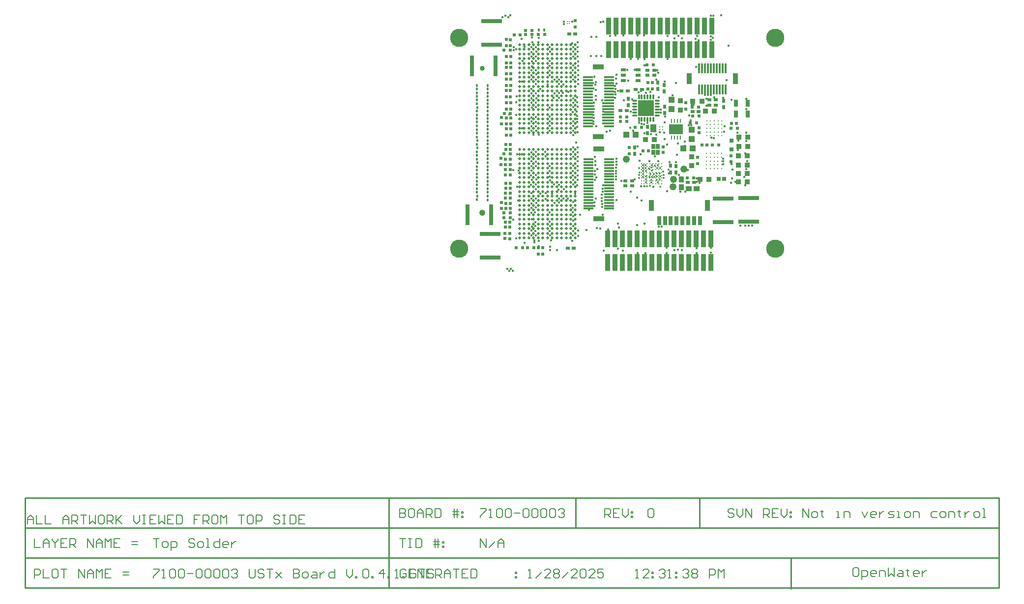
<source format=gts>
G04*
G04 #@! TF.GenerationSoftware,Altium Limited,Altium Designer,24.3.1 (35)*
G04*
G04 Layer_Color=8388736*
%FSAX25Y25*%
%MOIN*%
G70*
G04*
G04 #@! TF.SameCoordinates,9BAF8AC8-72E2-4161-A934-73288D8D8D4B*
G04*
G04*
G04 #@! TF.FilePolarity,Negative*
G04*
G01*
G75*
%ADD11C,0.01000*%
%ADD20C,0.00800*%
%ADD21C,0.00984*%
%ADD26C,0.01100*%
%ADD27R,0.02400X0.02200*%
%ADD28R,0.03750X0.02200*%
%ADD32R,0.02000X0.02600*%
%ADD33R,0.10630X0.10630*%
%ADD36R,0.02800X0.04900*%
%ADD37R,0.03200X0.03200*%
%ADD38R,0.02800X0.02200*%
%ADD40R,0.02000X0.02400*%
%ADD41R,0.09800X0.06900*%
%ADD42R,0.01000X0.03100*%
%ADD43R,0.03600X0.03700*%
%ADD44R,0.02200X0.02200*%
%ADD45R,0.14200X0.02500*%
%ADD46R,0.02200X0.02000*%
%ADD47C,0.00787*%
%ADD48C,0.01300*%
%ADD49R,0.03740X0.04432*%
%ADD50R,0.04432X0.03740*%
%ADD51R,0.02400X0.02000*%
%ADD52R,0.02200X0.02400*%
%ADD53R,0.02600X0.02000*%
%ADD56R,0.03700X0.03600*%
%ADD57R,0.01800X0.02200*%
%ADD60R,0.02200X0.02200*%
%ADD61R,0.03150X0.02975*%
%ADD62R,0.02500X0.14200*%
%ADD63C,0.01968*%
%ADD64R,0.02953X0.03347*%
%ADD65R,0.04331X0.03934*%
%ADD66R,0.04331X0.03934*%
%ADD67R,0.02756X0.06496*%
%ADD68R,0.03543X0.07480*%
%ADD69R,0.03307X0.11398*%
%ADD70O,0.03543X0.01378*%
%ADD71O,0.01378X0.03543*%
%ADD72R,0.07480X0.03543*%
%ADD73R,0.06693X0.01575*%
%ADD74R,0.01575X0.06693*%
%ADD75R,0.03934X0.04331*%
%ADD76R,0.03934X0.04331*%
%ADD77R,0.02677X0.02992*%
%ADD78R,0.02677X0.02992*%
%ADD79C,0.12294*%
%ADD80C,0.04143*%
%ADD81C,0.03356*%
%ADD82C,0.04894*%
%ADD83C,0.01794*%
%ADD84C,0.01594*%
%ADD85C,0.01394*%
%ADD86C,0.01781*%
G36*
X0467989Y0351744D02*
Y0349106D01*
X0466650D01*
Y0351744D01*
Y0354382D01*
X0467989D01*
Y0351744D01*
D02*
G37*
G36*
X0466611D02*
Y0349106D01*
X0465273D01*
Y0351744D01*
Y0354382D01*
X0466611D01*
Y0351744D01*
D02*
G37*
G36*
X0465233D02*
Y0349106D01*
X0463895D01*
Y0351744D01*
Y0354382D01*
X0465233D01*
Y0351744D01*
D02*
G37*
G54D11*
X0497200Y0080717D02*
Y0101050D01*
X0413200Y0080717D02*
Y0101050D01*
X0040000Y0080717D02*
X0700200D01*
X0040000Y0060383D02*
X0700000D01*
X0040000Y0040050D02*
X0440500D01*
X0040050Y0101050D02*
X0700200D01*
X0040050Y0040050D02*
Y0101050D01*
Y0040050D02*
X0197600D01*
X0040000D02*
Y0101050D01*
X0286500Y0040050D02*
Y0101050D01*
X0700200Y0040050D02*
Y0101050D01*
X0440500Y0040050D02*
X0700200D01*
X0559400Y0039400D02*
Y0059683D01*
G54D20*
X0126900Y0073549D02*
X0130899D01*
X0128899D01*
Y0067551D01*
X0133898D02*
X0135897D01*
X0136897Y0068550D01*
Y0070550D01*
X0135897Y0071549D01*
X0133898D01*
X0132898Y0070550D01*
Y0068550D01*
X0133898Y0067551D01*
X0138896Y0065551D02*
Y0071549D01*
X0141895D01*
X0142895Y0070550D01*
Y0068550D01*
X0141895Y0067551D01*
X0138896D01*
X0154891Y0072549D02*
X0153891Y0073549D01*
X0151892D01*
X0150892Y0072549D01*
Y0071549D01*
X0151892Y0070550D01*
X0153891D01*
X0154891Y0069550D01*
Y0068550D01*
X0153891Y0067551D01*
X0151892D01*
X0150892Y0068550D01*
X0157890Y0067551D02*
X0159889D01*
X0160889Y0068550D01*
Y0070550D01*
X0159889Y0071549D01*
X0157890D01*
X0156890Y0070550D01*
Y0068550D01*
X0157890Y0067551D01*
X0162888D02*
X0164888D01*
X0163888D01*
Y0073549D01*
X0162888D01*
X0171885D02*
Y0067551D01*
X0168886D01*
X0167887Y0068550D01*
Y0070550D01*
X0168886Y0071549D01*
X0171885D01*
X0176884Y0067551D02*
X0174884D01*
X0173885Y0068550D01*
Y0070550D01*
X0174884Y0071549D01*
X0176884D01*
X0177884Y0070550D01*
Y0069550D01*
X0173885D01*
X0179883Y0071549D02*
Y0067551D01*
Y0069550D01*
X0180883Y0070550D01*
X0181882Y0071549D01*
X0182882D01*
X0126900Y0073549D02*
X0130899D01*
X0128899D01*
Y0067551D01*
X0133898D02*
X0135897D01*
X0136897Y0068550D01*
Y0070550D01*
X0135897Y0071549D01*
X0133898D01*
X0132898Y0070550D01*
Y0068550D01*
X0133898Y0067551D01*
X0138896Y0065551D02*
Y0071549D01*
X0141895D01*
X0142895Y0070550D01*
Y0068550D01*
X0141895Y0067551D01*
X0138896D01*
X0154891Y0072549D02*
X0153891Y0073549D01*
X0151892D01*
X0150892Y0072549D01*
Y0071549D01*
X0151892Y0070550D01*
X0153891D01*
X0154891Y0069550D01*
Y0068550D01*
X0153891Y0067551D01*
X0151892D01*
X0150892Y0068550D01*
X0157890Y0067551D02*
X0159889D01*
X0160889Y0068550D01*
Y0070550D01*
X0159889Y0071549D01*
X0157890D01*
X0156890Y0070550D01*
Y0068550D01*
X0157890Y0067551D01*
X0162888D02*
X0164888D01*
X0163888D01*
Y0073549D01*
X0162888D01*
X0171885D02*
Y0067551D01*
X0168886D01*
X0167887Y0068550D01*
Y0070550D01*
X0168886Y0071549D01*
X0171885D01*
X0176884Y0067551D02*
X0174884D01*
X0173885Y0068550D01*
Y0070550D01*
X0174884Y0071549D01*
X0176884D01*
X0177884Y0070550D01*
Y0069550D01*
X0173885D01*
X0179883Y0071549D02*
Y0067551D01*
Y0069550D01*
X0180883Y0070550D01*
X0181882Y0071549D01*
X0182882D01*
X0567400Y0087833D02*
Y0093831D01*
X0571399Y0087833D01*
Y0093831D01*
X0574398Y0087833D02*
X0576397D01*
X0577397Y0088833D01*
Y0090832D01*
X0576397Y0091832D01*
X0574398D01*
X0573398Y0090832D01*
Y0088833D01*
X0574398Y0087833D01*
X0580396Y0092832D02*
Y0091832D01*
X0579396D01*
X0581395D01*
X0580396D01*
Y0088833D01*
X0581395Y0087833D01*
X0590393D02*
X0592392D01*
X0591392D01*
Y0091832D01*
X0590393D01*
X0595391Y0087833D02*
Y0091832D01*
X0598390D01*
X0599390Y0090832D01*
Y0087833D01*
X0607387Y0091832D02*
X0609386Y0087833D01*
X0611386Y0091832D01*
X0616384Y0087833D02*
X0614385D01*
X0613385Y0088833D01*
Y0090832D01*
X0614385Y0091832D01*
X0616384D01*
X0617384Y0090832D01*
Y0089833D01*
X0613385D01*
X0619383Y0091832D02*
Y0087833D01*
Y0089833D01*
X0620383Y0090832D01*
X0621383Y0091832D01*
X0622382D01*
X0625381Y0087833D02*
X0628380D01*
X0629380Y0088833D01*
X0628380Y0089833D01*
X0626381D01*
X0625381Y0090832D01*
X0626381Y0091832D01*
X0629380D01*
X0631379Y0087833D02*
X0633379D01*
X0632379D01*
Y0091832D01*
X0631379D01*
X0637377Y0087833D02*
X0639377D01*
X0640376Y0088833D01*
Y0090832D01*
X0639377Y0091832D01*
X0637377D01*
X0636378Y0090832D01*
Y0088833D01*
X0637377Y0087833D01*
X0642376D02*
Y0091832D01*
X0645375D01*
X0646374Y0090832D01*
Y0087833D01*
X0658371Y0091832D02*
X0655372D01*
X0654372Y0090832D01*
Y0088833D01*
X0655372Y0087833D01*
X0658371D01*
X0661370D02*
X0663369D01*
X0664369Y0088833D01*
Y0090832D01*
X0663369Y0091832D01*
X0661370D01*
X0660370Y0090832D01*
Y0088833D01*
X0661370Y0087833D01*
X0666368D02*
Y0091832D01*
X0669367D01*
X0670367Y0090832D01*
Y0087833D01*
X0673366Y0092832D02*
Y0091832D01*
X0672366D01*
X0674365D01*
X0673366D01*
Y0088833D01*
X0674365Y0087833D01*
X0677364Y0091832D02*
Y0087833D01*
Y0089833D01*
X0678364Y0090832D01*
X0679364Y0091832D01*
X0680364D01*
X0684362Y0087833D02*
X0686362D01*
X0687361Y0088833D01*
Y0090832D01*
X0686362Y0091832D01*
X0684362D01*
X0683362Y0090832D01*
Y0088833D01*
X0684362Y0087833D01*
X0689361D02*
X0691360D01*
X0690360D01*
Y0093831D01*
X0689361D01*
X0520799Y0092832D02*
X0519799Y0093831D01*
X0517800D01*
X0516800Y0092832D01*
Y0091832D01*
X0517800Y0090832D01*
X0519799D01*
X0520799Y0089833D01*
Y0088833D01*
X0519799Y0087833D01*
X0517800D01*
X0516800Y0088833D01*
X0522798Y0093831D02*
Y0089833D01*
X0524797Y0087833D01*
X0526797Y0089833D01*
Y0093831D01*
X0528796Y0087833D02*
Y0093831D01*
X0532795Y0087833D01*
Y0093831D01*
X0540792Y0087833D02*
Y0093831D01*
X0543791D01*
X0544791Y0092832D01*
Y0090832D01*
X0543791Y0089833D01*
X0540792D01*
X0542792D02*
X0544791Y0087833D01*
X0550789Y0093831D02*
X0546790D01*
Y0087833D01*
X0550789D01*
X0546790Y0090832D02*
X0548790D01*
X0552788Y0093831D02*
Y0089833D01*
X0554788Y0087833D01*
X0556787Y0089833D01*
Y0093831D01*
X0558786Y0091832D02*
X0559786D01*
Y0090832D01*
X0558786D01*
Y0091832D01*
Y0088833D02*
X0559786D01*
Y0087833D01*
X0558786D01*
Y0088833D01*
X0433000Y0087833D02*
Y0093831D01*
X0435999D01*
X0436999Y0092832D01*
Y0090832D01*
X0435999Y0089833D01*
X0433000D01*
X0434999D02*
X0436999Y0087833D01*
X0442997Y0093831D02*
X0438998D01*
Y0087833D01*
X0442997D01*
X0438998Y0090832D02*
X0440997D01*
X0444996Y0093831D02*
Y0089833D01*
X0446995Y0087833D01*
X0448995Y0089833D01*
Y0093831D01*
X0450994Y0091832D02*
X0451994D01*
Y0090832D01*
X0450994D01*
Y0091832D01*
Y0088833D02*
X0451994D01*
Y0087833D01*
X0450994D01*
Y0088833D01*
X0126900Y0052965D02*
X0130899D01*
Y0051965D01*
X0126900Y0047966D01*
Y0046966D01*
X0132898D02*
X0134897D01*
X0133898D01*
Y0052965D01*
X0132898Y0051965D01*
X0137896D02*
X0138896Y0052965D01*
X0140895D01*
X0141895Y0051965D01*
Y0047966D01*
X0140895Y0046966D01*
X0138896D01*
X0137896Y0047966D01*
Y0051965D01*
X0143895D02*
X0144894Y0052965D01*
X0146894D01*
X0147893Y0051965D01*
Y0047966D01*
X0146894Y0046966D01*
X0144894D01*
X0143895Y0047966D01*
Y0051965D01*
X0149893Y0049966D02*
X0153891D01*
X0155891Y0051965D02*
X0156890Y0052965D01*
X0158890D01*
X0159889Y0051965D01*
Y0047966D01*
X0158890Y0046966D01*
X0156890D01*
X0155891Y0047966D01*
Y0051965D01*
X0161889D02*
X0162888Y0052965D01*
X0164888D01*
X0165887Y0051965D01*
Y0047966D01*
X0164888Y0046966D01*
X0162888D01*
X0161889Y0047966D01*
Y0051965D01*
X0167887D02*
X0168886Y0052965D01*
X0170886D01*
X0171885Y0051965D01*
Y0047966D01*
X0170886Y0046966D01*
X0168886D01*
X0167887Y0047966D01*
Y0051965D01*
X0173885D02*
X0174884Y0052965D01*
X0176884D01*
X0177884Y0051965D01*
Y0047966D01*
X0176884Y0046966D01*
X0174884D01*
X0173885Y0047966D01*
Y0051965D01*
X0179883D02*
X0180883Y0052965D01*
X0182882D01*
X0183882Y0051965D01*
Y0050965D01*
X0182882Y0049966D01*
X0181882D01*
X0182882D01*
X0183882Y0048966D01*
Y0047966D01*
X0182882Y0046966D01*
X0180883D01*
X0179883Y0047966D01*
X0191879Y0052965D02*
Y0047966D01*
X0192879Y0046966D01*
X0194878D01*
X0195878Y0047966D01*
Y0052965D01*
X0201876Y0051965D02*
X0200876Y0052965D01*
X0198877D01*
X0197877Y0051965D01*
Y0050965D01*
X0198877Y0049966D01*
X0200876D01*
X0201876Y0048966D01*
Y0047966D01*
X0200876Y0046966D01*
X0198877D01*
X0197877Y0047966D01*
X0203875Y0052965D02*
X0207874D01*
X0205874D01*
Y0046966D01*
X0209873Y0050965D02*
X0213872Y0046966D01*
X0211873Y0048966D01*
X0213872Y0050965D01*
X0209873Y0046966D01*
X0221869Y0052965D02*
Y0046966D01*
X0224868D01*
X0225868Y0047966D01*
Y0048966D01*
X0224868Y0049966D01*
X0221869D01*
X0224868D01*
X0225868Y0050965D01*
Y0051965D01*
X0224868Y0052965D01*
X0221869D01*
X0228867Y0046966D02*
X0230866D01*
X0231866Y0047966D01*
Y0049966D01*
X0230866Y0050965D01*
X0228867D01*
X0227867Y0049966D01*
Y0047966D01*
X0228867Y0046966D01*
X0234865Y0050965D02*
X0236864D01*
X0237864Y0049966D01*
Y0046966D01*
X0234865D01*
X0233865Y0047966D01*
X0234865Y0048966D01*
X0237864D01*
X0239863Y0050965D02*
Y0046966D01*
Y0048966D01*
X0240863Y0049966D01*
X0241863Y0050965D01*
X0242863D01*
X0249860Y0052965D02*
Y0046966D01*
X0246861D01*
X0245862Y0047966D01*
Y0049966D01*
X0246861Y0050965D01*
X0249860D01*
X0257858Y0052965D02*
Y0048966D01*
X0259857Y0046966D01*
X0261856Y0048966D01*
Y0052965D01*
X0263856Y0046966D02*
Y0047966D01*
X0264855D01*
Y0046966D01*
X0263856D01*
X0268854Y0051965D02*
X0269854Y0052965D01*
X0271853D01*
X0272853Y0051965D01*
Y0047966D01*
X0271853Y0046966D01*
X0269854D01*
X0268854Y0047966D01*
Y0051965D01*
X0274852Y0046966D02*
Y0047966D01*
X0275852D01*
Y0046966D01*
X0274852D01*
X0282850D02*
Y0052965D01*
X0279851Y0049966D01*
X0283849D01*
X0285849Y0046966D02*
Y0047966D01*
X0286848D01*
Y0046966D01*
X0285849D01*
X0290847D02*
X0292846D01*
X0291847D01*
Y0052965D01*
X0290847Y0051965D01*
X0295845Y0046966D02*
Y0047966D01*
X0296845D01*
Y0046966D01*
X0295845D01*
X0304842Y0051965D02*
X0303843Y0052965D01*
X0301843D01*
X0300844Y0051965D01*
Y0047966D01*
X0301843Y0046966D01*
X0303843D01*
X0304842Y0047966D01*
Y0049966D01*
X0302843D01*
X0306842Y0052965D02*
X0310841D01*
X0308841D01*
Y0046966D01*
X0316839Y0051965D02*
X0315839Y0052965D01*
X0313840D01*
X0312840Y0051965D01*
Y0050965D01*
X0313840Y0049966D01*
X0315839D01*
X0316839Y0048966D01*
Y0047966D01*
X0315839Y0046966D01*
X0313840D01*
X0312840Y0047966D01*
X0381150Y0046966D02*
X0383149D01*
X0382150D01*
Y0052965D01*
X0381150Y0051965D01*
X0386148Y0046966D02*
X0390147Y0050965D01*
X0396145Y0046966D02*
X0392146D01*
X0396145Y0050965D01*
Y0051965D01*
X0395146Y0052965D01*
X0393146D01*
X0392146Y0051965D01*
X0398145D02*
X0399144Y0052965D01*
X0401144D01*
X0402143Y0051965D01*
Y0050965D01*
X0401144Y0049966D01*
X0402143Y0048966D01*
Y0047966D01*
X0401144Y0046966D01*
X0399144D01*
X0398145Y0047966D01*
Y0048966D01*
X0399144Y0049966D01*
X0398145Y0050965D01*
Y0051965D01*
X0399144Y0049966D02*
X0401144D01*
X0404143Y0046966D02*
X0408141Y0050965D01*
X0414139Y0046966D02*
X0410141D01*
X0414139Y0050965D01*
Y0051965D01*
X0413140Y0052965D01*
X0411140D01*
X0410141Y0051965D01*
X0416139D02*
X0417138Y0052965D01*
X0419138D01*
X0420137Y0051965D01*
Y0047966D01*
X0419138Y0046966D01*
X0417138D01*
X0416139Y0047966D01*
Y0051965D01*
X0426135Y0046966D02*
X0422137D01*
X0426135Y0050965D01*
Y0051965D01*
X0425136Y0052965D01*
X0423136D01*
X0422137Y0051965D01*
X0432133Y0052965D02*
X0428135D01*
Y0049966D01*
X0430134Y0050965D01*
X0431134D01*
X0432133Y0049966D01*
Y0047966D01*
X0431134Y0046966D01*
X0429135D01*
X0428135Y0047966D01*
X0298199Y0051965D02*
X0297199Y0052965D01*
X0295200D01*
X0294200Y0051965D01*
Y0047966D01*
X0295200Y0046966D01*
X0297199D01*
X0298199Y0047966D01*
Y0049966D01*
X0296199D01*
X0304197Y0052965D02*
X0300198D01*
Y0046966D01*
X0304197D01*
X0300198Y0049966D02*
X0302197D01*
X0306196Y0046966D02*
Y0052965D01*
X0310195Y0046966D01*
Y0052965D01*
X0316193D02*
X0312194D01*
Y0046966D01*
X0316193D01*
X0312194Y0049966D02*
X0314194D01*
X0318192Y0046966D02*
Y0052965D01*
X0321191D01*
X0322191Y0051965D01*
Y0049966D01*
X0321191Y0048966D01*
X0318192D01*
X0320192D02*
X0322191Y0046966D01*
X0324190D02*
Y0050965D01*
X0326190Y0052965D01*
X0328189Y0050965D01*
Y0046966D01*
Y0049966D01*
X0324190D01*
X0330188Y0052965D02*
X0334187D01*
X0332188D01*
Y0046966D01*
X0340185Y0052965D02*
X0336186D01*
Y0046966D01*
X0340185D01*
X0336186Y0049966D02*
X0338186D01*
X0342184Y0052965D02*
Y0046966D01*
X0345183D01*
X0346183Y0047966D01*
Y0051965D01*
X0345183Y0052965D01*
X0342184D01*
X0372175Y0050965D02*
X0373175D01*
Y0049966D01*
X0372175D01*
Y0050965D01*
Y0047966D02*
X0373175D01*
Y0046966D01*
X0372175D01*
Y0047966D01*
X0041778Y0083375D02*
Y0087374D01*
X0043777Y0089373D01*
X0045777Y0087374D01*
Y0083375D01*
Y0086374D01*
X0041778D01*
X0047776Y0089373D02*
Y0083375D01*
X0051775D01*
X0053774Y0089373D02*
Y0083375D01*
X0057773D01*
X0065770D02*
Y0087374D01*
X0067769Y0089373D01*
X0069769Y0087374D01*
Y0083375D01*
Y0086374D01*
X0065770D01*
X0071768Y0083375D02*
Y0089373D01*
X0074767D01*
X0075767Y0088373D01*
Y0086374D01*
X0074767Y0085374D01*
X0071768D01*
X0073768D02*
X0075767Y0083375D01*
X0077766Y0089373D02*
X0081765D01*
X0079766D01*
Y0083375D01*
X0083764Y0089373D02*
Y0083375D01*
X0085764Y0085374D01*
X0087763Y0083375D01*
Y0089373D01*
X0092761D02*
X0090762D01*
X0089762Y0088373D01*
Y0084374D01*
X0090762Y0083375D01*
X0092761D01*
X0093761Y0084374D01*
Y0088373D01*
X0092761Y0089373D01*
X0095760Y0083375D02*
Y0089373D01*
X0098759D01*
X0099759Y0088373D01*
Y0086374D01*
X0098759Y0085374D01*
X0095760D01*
X0097760D02*
X0099759Y0083375D01*
X0101759Y0089373D02*
Y0083375D01*
Y0085374D01*
X0105757Y0089373D01*
X0102758Y0086374D01*
X0105757Y0083375D01*
X0113755Y0089373D02*
Y0085374D01*
X0115754Y0083375D01*
X0117753Y0085374D01*
Y0089373D01*
X0119753D02*
X0121752D01*
X0120752D01*
Y0083375D01*
X0119753D01*
X0121752D01*
X0128750Y0089373D02*
X0124751D01*
Y0083375D01*
X0128750D01*
X0124751Y0086374D02*
X0126750D01*
X0130749Y0089373D02*
Y0083375D01*
X0132748Y0085374D01*
X0134748Y0083375D01*
Y0089373D01*
X0140746D02*
X0136747D01*
Y0083375D01*
X0140746D01*
X0136747Y0086374D02*
X0138747D01*
X0142745Y0089373D02*
Y0083375D01*
X0145744D01*
X0146744Y0084374D01*
Y0088373D01*
X0145744Y0089373D01*
X0142745D01*
X0158740D02*
X0154741D01*
Y0086374D01*
X0156741D01*
X0154741D01*
Y0083375D01*
X0160739D02*
Y0089373D01*
X0163738D01*
X0164738Y0088373D01*
Y0086374D01*
X0163738Y0085374D01*
X0160739D01*
X0162739D02*
X0164738Y0083375D01*
X0169737Y0089373D02*
X0167737D01*
X0166737Y0088373D01*
Y0084374D01*
X0167737Y0083375D01*
X0169737D01*
X0170736Y0084374D01*
Y0088373D01*
X0169737Y0089373D01*
X0172736Y0083375D02*
Y0089373D01*
X0174735Y0087374D01*
X0176734Y0089373D01*
Y0083375D01*
X0184732Y0089373D02*
X0188730D01*
X0186731D01*
Y0083375D01*
X0193729Y0089373D02*
X0191729D01*
X0190730Y0088373D01*
Y0084374D01*
X0191729Y0083375D01*
X0193729D01*
X0194728Y0084374D01*
Y0088373D01*
X0193729Y0089373D01*
X0196728Y0083375D02*
Y0089373D01*
X0199727D01*
X0200727Y0088373D01*
Y0086374D01*
X0199727Y0085374D01*
X0196728D01*
X0212723Y0088373D02*
X0211723Y0089373D01*
X0209723D01*
X0208724Y0088373D01*
Y0087374D01*
X0209723Y0086374D01*
X0211723D01*
X0212723Y0085374D01*
Y0084374D01*
X0211723Y0083375D01*
X0209723D01*
X0208724Y0084374D01*
X0214722Y0089373D02*
X0216721D01*
X0215722D01*
Y0083375D01*
X0214722D01*
X0216721D01*
X0219720Y0089373D02*
Y0083375D01*
X0222719D01*
X0223719Y0084374D01*
Y0088373D01*
X0222719Y0089373D01*
X0219720D01*
X0229717D02*
X0225718D01*
Y0083375D01*
X0229717D01*
X0225718Y0086374D02*
X0227718D01*
X0462150Y0092832D02*
X0463150Y0093831D01*
X0465149D01*
X0466149Y0092832D01*
Y0088833D01*
X0465149Y0087833D01*
X0463150D01*
X0462150Y0088833D01*
Y0092832D01*
X0348550Y0093831D02*
X0352549D01*
Y0092832D01*
X0348550Y0088833D01*
Y0087833D01*
X0354548D02*
X0356547D01*
X0355548D01*
Y0093831D01*
X0354548Y0092832D01*
X0359546D02*
X0360546Y0093831D01*
X0362545D01*
X0363545Y0092832D01*
Y0088833D01*
X0362545Y0087833D01*
X0360546D01*
X0359546Y0088833D01*
Y0092832D01*
X0365545D02*
X0366544Y0093831D01*
X0368544D01*
X0369543Y0092832D01*
Y0088833D01*
X0368544Y0087833D01*
X0366544D01*
X0365545Y0088833D01*
Y0092832D01*
X0371543Y0090832D02*
X0375541D01*
X0377541Y0092832D02*
X0378540Y0093831D01*
X0380540D01*
X0381539Y0092832D01*
Y0088833D01*
X0380540Y0087833D01*
X0378540D01*
X0377541Y0088833D01*
Y0092832D01*
X0383539D02*
X0384538Y0093831D01*
X0386538D01*
X0387537Y0092832D01*
Y0088833D01*
X0386538Y0087833D01*
X0384538D01*
X0383539Y0088833D01*
Y0092832D01*
X0389537D02*
X0390536Y0093831D01*
X0392536D01*
X0393535Y0092832D01*
Y0088833D01*
X0392536Y0087833D01*
X0390536D01*
X0389537Y0088833D01*
Y0092832D01*
X0395535D02*
X0396534Y0093831D01*
X0398534D01*
X0399534Y0092832D01*
Y0088833D01*
X0398534Y0087833D01*
X0396534D01*
X0395535Y0088833D01*
Y0092832D01*
X0401533D02*
X0402532Y0093831D01*
X0404532D01*
X0405532Y0092832D01*
Y0091832D01*
X0404532Y0090832D01*
X0403532D01*
X0404532D01*
X0405532Y0089833D01*
Y0088833D01*
X0404532Y0087833D01*
X0402532D01*
X0401533Y0088833D01*
X0294000Y0093831D02*
Y0087833D01*
X0296999D01*
X0297999Y0088833D01*
Y0089833D01*
X0296999Y0090832D01*
X0294000D01*
X0296999D01*
X0297999Y0091832D01*
Y0092832D01*
X0296999Y0093831D01*
X0294000D01*
X0302997D02*
X0300998D01*
X0299998Y0092832D01*
Y0088833D01*
X0300998Y0087833D01*
X0302997D01*
X0303997Y0088833D01*
Y0092832D01*
X0302997Y0093831D01*
X0305996Y0087833D02*
Y0091832D01*
X0307996Y0093831D01*
X0309995Y0091832D01*
Y0087833D01*
Y0090832D01*
X0305996D01*
X0311994Y0087833D02*
Y0093831D01*
X0314993D01*
X0315993Y0092832D01*
Y0090832D01*
X0314993Y0089833D01*
X0311994D01*
X0313994D02*
X0315993Y0087833D01*
X0317992Y0093831D02*
Y0087833D01*
X0320991D01*
X0321991Y0088833D01*
Y0092832D01*
X0320991Y0093831D01*
X0317992D01*
X0330988Y0087833D02*
Y0093831D01*
X0332987D02*
Y0087833D01*
X0329988Y0091832D02*
X0332987D01*
X0333987D01*
X0329988Y0089833D02*
X0333987D01*
X0335986Y0091832D02*
X0336986D01*
Y0090832D01*
X0335986D01*
Y0091832D01*
Y0088833D02*
X0336986D01*
Y0087833D01*
X0335986D01*
Y0088833D01*
X0046350Y0073549D02*
Y0067551D01*
X0050349D01*
X0052348D02*
Y0071549D01*
X0054347Y0073549D01*
X0056347Y0071549D01*
Y0067551D01*
Y0070550D01*
X0052348D01*
X0058346Y0073549D02*
Y0072549D01*
X0060346Y0070550D01*
X0062345Y0072549D01*
Y0073549D01*
X0060346Y0070550D02*
Y0067551D01*
X0068343Y0073549D02*
X0064344D01*
Y0067551D01*
X0068343D01*
X0064344Y0070550D02*
X0066343D01*
X0070342Y0067551D02*
Y0073549D01*
X0073341D01*
X0074341Y0072549D01*
Y0070550D01*
X0073341Y0069550D01*
X0070342D01*
X0072342D02*
X0074341Y0067551D01*
X0082338D02*
Y0073549D01*
X0086337Y0067551D01*
Y0073549D01*
X0088336Y0067551D02*
Y0071549D01*
X0090336Y0073549D01*
X0092335Y0071549D01*
Y0067551D01*
Y0070550D01*
X0088336D01*
X0094335Y0067551D02*
Y0073549D01*
X0096334Y0071549D01*
X0098333Y0073549D01*
Y0067551D01*
X0104331Y0073549D02*
X0100332D01*
Y0067551D01*
X0104331D01*
X0100332Y0070550D02*
X0102332D01*
X0112329Y0069550D02*
X0116327D01*
X0112329Y0071549D02*
X0116327D01*
X0046350Y0046966D02*
Y0052965D01*
X0049349D01*
X0050349Y0051965D01*
Y0049966D01*
X0049349Y0048966D01*
X0046350D01*
X0052348Y0052965D02*
Y0046966D01*
X0056347D01*
X0061345Y0052965D02*
X0059346D01*
X0058346Y0051965D01*
Y0047966D01*
X0059346Y0046966D01*
X0061345D01*
X0062345Y0047966D01*
Y0051965D01*
X0061345Y0052965D01*
X0064344D02*
X0068343D01*
X0066343D01*
Y0046966D01*
X0076340D02*
Y0052965D01*
X0080339Y0046966D01*
Y0052965D01*
X0082338Y0046966D02*
Y0050965D01*
X0084338Y0052965D01*
X0086337Y0050965D01*
Y0046966D01*
Y0049966D01*
X0082338D01*
X0088336Y0046966D02*
Y0052965D01*
X0090336Y0050965D01*
X0092335Y0052965D01*
Y0046966D01*
X0098333Y0052965D02*
X0094335D01*
Y0046966D01*
X0098333D01*
X0094335Y0049966D02*
X0096334D01*
X0106331Y0048966D02*
X0110329D01*
X0106331Y0050965D02*
X0110329D01*
X0454050Y0046966D02*
X0456049D01*
X0455050D01*
Y0052965D01*
X0454050Y0051965D01*
X0463047Y0046966D02*
X0459048D01*
X0463047Y0050965D01*
Y0051965D01*
X0462047Y0052965D01*
X0460048D01*
X0459048Y0051965D01*
X0465046Y0050965D02*
X0466046D01*
Y0049966D01*
X0465046D01*
Y0050965D01*
Y0047966D02*
X0466046D01*
Y0046966D01*
X0465046D01*
Y0047966D01*
X0470045Y0051965D02*
X0471044Y0052965D01*
X0473044D01*
X0474044Y0051965D01*
Y0050965D01*
X0473044Y0049966D01*
X0472044D01*
X0473044D01*
X0474044Y0048966D01*
Y0047966D01*
X0473044Y0046966D01*
X0471044D01*
X0470045Y0047966D01*
X0476043Y0046966D02*
X0478042D01*
X0477043D01*
Y0052965D01*
X0476043Y0051965D01*
X0481041Y0050965D02*
X0482041D01*
Y0049966D01*
X0481041D01*
Y0050965D01*
Y0047966D02*
X0482041D01*
Y0046966D01*
X0481041D01*
Y0047966D01*
X0486040Y0051965D02*
X0487039Y0052965D01*
X0489039D01*
X0490038Y0051965D01*
Y0050965D01*
X0489039Y0049966D01*
X0488039D01*
X0489039D01*
X0490038Y0048966D01*
Y0047966D01*
X0489039Y0046966D01*
X0487039D01*
X0486040Y0047966D01*
X0492038Y0051965D02*
X0493037Y0052965D01*
X0495037D01*
X0496036Y0051965D01*
Y0050965D01*
X0495037Y0049966D01*
X0496036Y0048966D01*
Y0047966D01*
X0495037Y0046966D01*
X0493037D01*
X0492038Y0047966D01*
Y0048966D01*
X0493037Y0049966D01*
X0492038Y0050965D01*
Y0051965D01*
X0493037Y0049966D02*
X0495037D01*
X0504034Y0046966D02*
Y0052965D01*
X0507033D01*
X0508033Y0051965D01*
Y0049966D01*
X0507033Y0048966D01*
X0504034D01*
X0510032Y0046966D02*
Y0052965D01*
X0512031Y0050965D01*
X0514031Y0052965D01*
Y0046966D01*
X0604409Y0053922D02*
X0602409D01*
X0601409Y0052922D01*
Y0048923D01*
X0602409Y0047924D01*
X0604409D01*
X0605408Y0048923D01*
Y0052922D01*
X0604409Y0053922D01*
X0607408Y0045924D02*
Y0051922D01*
X0610407D01*
X0611406Y0050923D01*
Y0048923D01*
X0610407Y0047924D01*
X0607408D01*
X0616405D02*
X0614405D01*
X0613406Y0048923D01*
Y0050923D01*
X0614405Y0051922D01*
X0616405D01*
X0617404Y0050923D01*
Y0049923D01*
X0613406D01*
X0619404Y0047924D02*
Y0051922D01*
X0622403D01*
X0623402Y0050923D01*
Y0047924D01*
X0625402Y0053922D02*
Y0047924D01*
X0627401Y0049923D01*
X0629400Y0047924D01*
Y0053922D01*
X0632400Y0051922D02*
X0634399D01*
X0635398Y0050923D01*
Y0047924D01*
X0632400D01*
X0631400Y0048923D01*
X0632400Y0049923D01*
X0635398D01*
X0638398Y0052922D02*
Y0051922D01*
X0637398D01*
X0639397D01*
X0638398D01*
Y0048923D01*
X0639397Y0047924D01*
X0645395D02*
X0643396D01*
X0642396Y0048923D01*
Y0050923D01*
X0643396Y0051922D01*
X0645395D01*
X0646395Y0050923D01*
Y0049923D01*
X0642396D01*
X0648394Y0051922D02*
Y0047924D01*
Y0049923D01*
X0649394Y0050923D01*
X0650394Y0051922D01*
X0651393D01*
X0294000Y0073498D02*
X0297999D01*
X0295999D01*
Y0067500D01*
X0299998Y0073498D02*
X0301997D01*
X0300998D01*
Y0067500D01*
X0299998D01*
X0301997D01*
X0304996Y0073498D02*
Y0067500D01*
X0307996D01*
X0308995Y0068500D01*
Y0072498D01*
X0307996Y0073498D01*
X0304996D01*
X0317992Y0067500D02*
Y0073498D01*
X0319992D02*
Y0067500D01*
X0316993Y0071499D02*
X0319992D01*
X0320991D01*
X0316993Y0069499D02*
X0320991D01*
X0322991Y0071499D02*
X0323990D01*
Y0070499D01*
X0322991D01*
Y0071499D01*
Y0068500D02*
X0323990D01*
Y0067500D01*
X0322991D01*
Y0068500D01*
X0348550Y0067500D02*
Y0073498D01*
X0352549Y0067500D01*
Y0073498D01*
X0354548Y0067500D02*
X0358547Y0071499D01*
X0360546Y0067500D02*
Y0071499D01*
X0362545Y0073498D01*
X0364545Y0071499D01*
Y0067500D01*
Y0070499D01*
X0360546D01*
G54D21*
X0472319Y0350706D02*
D03*
X0470351D02*
D03*
X0472319Y0352675D02*
D03*
X0470351D02*
D03*
G54D26*
X0471596Y0327836D02*
D03*
Y0325866D02*
D03*
Y0323896D02*
D03*
Y0321926D02*
D03*
Y0319956D02*
D03*
Y0317986D02*
D03*
Y0316016D02*
D03*
Y0314046D02*
D03*
X0469626Y0327836D02*
D03*
Y0325866D02*
D03*
Y0323896D02*
D03*
Y0321926D02*
D03*
Y0319956D02*
D03*
Y0317986D02*
D03*
Y0316016D02*
D03*
Y0314046D02*
D03*
X0467656Y0327836D02*
D03*
Y0325866D02*
D03*
Y0323896D02*
D03*
Y0321926D02*
D03*
Y0319956D02*
D03*
Y0317986D02*
D03*
Y0316016D02*
D03*
Y0314046D02*
D03*
X0465686Y0327836D02*
D03*
Y0325866D02*
D03*
Y0323896D02*
D03*
Y0321926D02*
D03*
Y0319956D02*
D03*
Y0317986D02*
D03*
Y0316016D02*
D03*
Y0314046D02*
D03*
X0463716Y0327836D02*
D03*
Y0325866D02*
D03*
Y0323896D02*
D03*
Y0321926D02*
D03*
Y0319956D02*
D03*
Y0317986D02*
D03*
Y0316016D02*
D03*
Y0314046D02*
D03*
X0461746Y0327836D02*
D03*
Y0325866D02*
D03*
Y0323896D02*
D03*
Y0321926D02*
D03*
Y0319956D02*
D03*
Y0317986D02*
D03*
Y0316016D02*
D03*
Y0314046D02*
D03*
X0459776Y0327836D02*
D03*
Y0325866D02*
D03*
Y0323896D02*
D03*
Y0321926D02*
D03*
Y0319956D02*
D03*
Y0317986D02*
D03*
Y0316016D02*
D03*
Y0314046D02*
D03*
X0457806Y0327836D02*
D03*
Y0325866D02*
D03*
Y0323896D02*
D03*
Y0321926D02*
D03*
Y0319956D02*
D03*
Y0317986D02*
D03*
Y0316016D02*
D03*
Y0314046D02*
D03*
G54D27*
X0518941Y0355217D02*
D03*
X0522441D02*
D03*
X0498891Y0340531D02*
D03*
X0502391D02*
D03*
G54D28*
X0455746Y0391541D02*
D03*
Y0387801D02*
D03*
Y0384061D02*
D03*
X0445696D02*
D03*
Y0387801D02*
D03*
Y0391541D02*
D03*
G54D32*
X0513646Y0366197D02*
D03*
Y0370597D02*
D03*
X0448824Y0367549D02*
D03*
Y0371949D02*
D03*
X0473718Y0366418D02*
D03*
Y0362018D02*
D03*
X0477677Y0321907D02*
D03*
Y0326307D02*
D03*
X0481208Y0326230D02*
D03*
Y0321830D02*
D03*
X0473427Y0376671D02*
D03*
Y0381071D02*
D03*
X0461802Y0348367D02*
D03*
Y0352767D02*
D03*
X0469099Y0378352D02*
D03*
Y0382752D02*
D03*
X0453234Y0334571D02*
D03*
Y0338971D02*
D03*
G54D33*
X0461085Y0365444D02*
D03*
G54D36*
X0521930Y0361631D02*
D03*
X0529830D02*
D03*
X0529817Y0368856D02*
D03*
X0521917D02*
D03*
G54D37*
X0530011Y0345924D02*
D03*
X0524105D02*
D03*
X0529636Y0326767D02*
D03*
X0523731D02*
D03*
X0529595Y0320985D02*
D03*
X0523689D02*
D03*
X0529636Y0333257D02*
D03*
X0523731D02*
D03*
X0529470Y0315494D02*
D03*
X0523564D02*
D03*
X0529803Y0339580D02*
D03*
X0523897D02*
D03*
G54D38*
X0409031Y0415719D02*
D03*
X0413132D02*
D03*
X0493540Y0314990D02*
D03*
X0489440D02*
D03*
X0496713Y0363101D02*
D03*
X0492614D02*
D03*
X0407842Y0270568D02*
D03*
X0411942D02*
D03*
G54D40*
X0413113Y0420540D02*
D03*
Y0424840D02*
D03*
X0366248Y0411978D02*
D03*
Y0407678D02*
D03*
X0369090Y0411965D02*
D03*
Y0407665D02*
D03*
X0366260Y0377422D02*
D03*
Y0373122D02*
D03*
X0369123Y0377358D02*
D03*
Y0373058D02*
D03*
X0366260Y0380694D02*
D03*
Y0384994D02*
D03*
X0369162Y0380806D02*
D03*
Y0385106D02*
D03*
X0366369Y0347199D02*
D03*
Y0351499D02*
D03*
X0369290Y0347190D02*
D03*
Y0351490D02*
D03*
X0366215Y0400574D02*
D03*
Y0396274D02*
D03*
X0369145Y0400488D02*
D03*
Y0396187D02*
D03*
X0369233Y0369119D02*
D03*
Y0364819D02*
D03*
X0366237Y0369155D02*
D03*
Y0364855D02*
D03*
X0366199Y0388923D02*
D03*
Y0393223D02*
D03*
X0369166Y0388879D02*
D03*
Y0393179D02*
D03*
X0366369Y0354668D02*
D03*
Y0358968D02*
D03*
X0369290Y0354668D02*
D03*
Y0358968D02*
D03*
X0388064Y0266395D02*
D03*
Y0270695D02*
D03*
X0391042Y0266395D02*
D03*
Y0270695D02*
D03*
X0362658Y0331333D02*
D03*
Y0327033D02*
D03*
X0362994Y0359012D02*
D03*
Y0354712D02*
D03*
X0487823Y0369086D02*
D03*
Y0364786D02*
D03*
X0449531Y0338843D02*
D03*
Y0334543D02*
D03*
X0496031Y0327895D02*
D03*
Y0332195D02*
D03*
X0362845Y0297309D02*
D03*
Y0301609D02*
D03*
X0462292Y0382732D02*
D03*
Y0378432D02*
D03*
X0465362Y0382687D02*
D03*
Y0378387D02*
D03*
G54D41*
X0481321Y0351202D02*
D03*
G54D42*
X0484274Y0345452D02*
D03*
X0482305D02*
D03*
X0480337D02*
D03*
X0478368D02*
D03*
Y0356952D02*
D03*
X0480337D02*
D03*
X0482305D02*
D03*
X0484274D02*
D03*
G54D43*
X0507404Y0363369D02*
D03*
X0501303D02*
D03*
X0466773Y0344113D02*
D03*
X0460673D02*
D03*
X0498823Y0370225D02*
D03*
X0492723D02*
D03*
X0503727Y0317091D02*
D03*
X0497627D02*
D03*
G54D44*
X0472741Y0335472D02*
D03*
Y0338972D02*
D03*
X0365999Y0337449D02*
D03*
Y0340949D02*
D03*
X0369084Y0337435D02*
D03*
Y0340935D02*
D03*
X0368928Y0304340D02*
D03*
Y0307840D02*
D03*
X0365772Y0304325D02*
D03*
Y0307825D02*
D03*
X0368951Y0314626D02*
D03*
Y0311126D02*
D03*
X0365873Y0314578D02*
D03*
Y0311078D02*
D03*
X0365442Y0280496D02*
D03*
Y0276996D02*
D03*
X0368624Y0280450D02*
D03*
Y0276950D02*
D03*
X0365706Y0330792D02*
D03*
Y0327292D02*
D03*
X0369001Y0297430D02*
D03*
Y0300930D02*
D03*
X0365854Y0300856D02*
D03*
Y0297356D02*
D03*
X0368833Y0323658D02*
D03*
Y0320158D02*
D03*
X0365611Y0323658D02*
D03*
Y0320158D02*
D03*
X0368780Y0284805D02*
D03*
Y0288305D02*
D03*
X0365633Y0284805D02*
D03*
Y0288305D02*
D03*
X0368844Y0327292D02*
D03*
Y0330792D02*
D03*
G54D45*
X0355180Y0264131D02*
D03*
Y0280132D02*
D03*
X0513322Y0304240D02*
D03*
Y0288240D02*
D03*
X0356179Y0424532D02*
D03*
Y0408532D02*
D03*
X0530580Y0304331D02*
D03*
Y0288332D02*
D03*
G54D46*
X0518748Y0333181D02*
D03*
Y0329181D02*
D03*
G54D47*
X0409104Y0424265D02*
D03*
Y0422690D02*
D03*
X0407529Y0424265D02*
D03*
Y0422690D02*
D03*
G54D48*
X0512435Y0346722D02*
D03*
X0509876D02*
D03*
X0507317D02*
D03*
X0504758D02*
D03*
X0502199D02*
D03*
X0512435Y0349281D02*
D03*
X0509876D02*
D03*
X0507317D02*
D03*
X0504758D02*
D03*
X0502199D02*
D03*
X0512435Y0351840D02*
D03*
X0509876D02*
D03*
X0507317D02*
D03*
X0504758D02*
D03*
X0502199D02*
D03*
X0512435Y0354399D02*
D03*
X0509876D02*
D03*
X0507317D02*
D03*
X0504758D02*
D03*
X0502199D02*
D03*
X0512435Y0356958D02*
D03*
X0509876D02*
D03*
X0507317D02*
D03*
X0504758D02*
D03*
X0502199D02*
D03*
X0512257Y0334659D02*
D03*
Y0332100D02*
D03*
Y0329541D02*
D03*
Y0326982D02*
D03*
Y0324423D02*
D03*
X0509698Y0334659D02*
D03*
Y0332100D02*
D03*
Y0329541D02*
D03*
Y0326982D02*
D03*
Y0324423D02*
D03*
X0507139Y0334659D02*
D03*
Y0332100D02*
D03*
Y0329541D02*
D03*
Y0326982D02*
D03*
Y0324423D02*
D03*
X0504580Y0334659D02*
D03*
Y0332100D02*
D03*
Y0329541D02*
D03*
Y0326982D02*
D03*
Y0324423D02*
D03*
X0502021Y0334659D02*
D03*
Y0332100D02*
D03*
Y0329541D02*
D03*
Y0326982D02*
D03*
Y0324423D02*
D03*
G54D49*
X0484836Y0317296D02*
D03*
Y0311959D02*
D03*
G54D50*
X0495390Y0310931D02*
D03*
X0490053D02*
D03*
G54D51*
X0492514Y0360035D02*
D03*
X0496813D02*
D03*
X0496656Y0366166D02*
D03*
X0492356D02*
D03*
X0443589Y0356418D02*
D03*
X0447889D02*
D03*
X0447849Y0359592D02*
D03*
X0443549D02*
D03*
X0453639Y0352590D02*
D03*
X0457939D02*
D03*
X0392346Y0415339D02*
D03*
X0388046D02*
D03*
X0379365Y0418249D02*
D03*
X0383665D02*
D03*
X0379340Y0415306D02*
D03*
X0383640D02*
D03*
X0364700Y0334446D02*
D03*
X0369000D02*
D03*
X0364671Y0404641D02*
D03*
X0368971D02*
D03*
X0371478Y0415232D02*
D03*
X0375778D02*
D03*
X0364807Y0361913D02*
D03*
X0369107D02*
D03*
X0380723Y0270851D02*
D03*
X0385023D02*
D03*
X0364793Y0294385D02*
D03*
X0369093D02*
D03*
X0364800Y0291267D02*
D03*
X0369100D02*
D03*
X0489094Y0318033D02*
D03*
X0493394D02*
D03*
X0495195Y0355426D02*
D03*
X0490895D02*
D03*
X0372917Y0270862D02*
D03*
X0377217D02*
D03*
X0522829Y0351667D02*
D03*
X0518530D02*
D03*
X0510289Y0340556D02*
D03*
X0505989D02*
D03*
X0466100Y0394679D02*
D03*
X0461800D02*
D03*
G54D52*
X0496908Y0348648D02*
D03*
Y0352148D02*
D03*
G54D53*
X0448039Y0363931D02*
D03*
X0443639D02*
D03*
X0454037Y0378229D02*
D03*
X0458437D02*
D03*
X0508440Y0371269D02*
D03*
X0504040D02*
D03*
X0447104Y0312717D02*
D03*
X0451504D02*
D03*
X0447084Y0316236D02*
D03*
X0451484D02*
D03*
X0504040Y0367600D02*
D03*
X0508440D02*
D03*
X0448714Y0377171D02*
D03*
X0444314D02*
D03*
X0466493Y0391227D02*
D03*
X0462093D02*
D03*
X0466481Y0387653D02*
D03*
X0462081D02*
D03*
G54D56*
X0492049Y0326451D02*
D03*
Y0332551D02*
D03*
X0484173Y0364218D02*
D03*
Y0370318D02*
D03*
G54D57*
X0388428Y0418339D02*
D03*
X0392128D02*
D03*
G54D60*
X0459047Y0336430D02*
D03*
X0462547D02*
D03*
G54D61*
X0518962Y0337309D02*
D03*
Y0343433D02*
D03*
G54D62*
X0342898Y0394102D02*
D03*
X0358898D02*
D03*
X0339980Y0293145D02*
D03*
X0355979D02*
D03*
G54D63*
X0375318Y0337313D02*
D03*
X0378467D02*
D03*
X0381617D02*
D03*
X0384767D02*
D03*
X0387916D02*
D03*
X0391066D02*
D03*
X0394215D02*
D03*
X0397365D02*
D03*
X0400515D02*
D03*
X0403664D02*
D03*
X0406814D02*
D03*
X0409964D02*
D03*
X0413113D02*
D03*
X0375318Y0334164D02*
D03*
X0378467D02*
D03*
X0381617D02*
D03*
X0384767D02*
D03*
X0387916D02*
D03*
X0391066D02*
D03*
X0394215D02*
D03*
X0397365D02*
D03*
X0400515D02*
D03*
X0403664D02*
D03*
X0406814D02*
D03*
X0409964D02*
D03*
X0413113D02*
D03*
X0375318Y0331014D02*
D03*
X0378467D02*
D03*
X0381617D02*
D03*
X0384767D02*
D03*
X0387916D02*
D03*
X0391066D02*
D03*
X0394215D02*
D03*
X0397365D02*
D03*
X0400515D02*
D03*
X0403664D02*
D03*
X0406814D02*
D03*
X0409964D02*
D03*
X0413113D02*
D03*
X0375318Y0327865D02*
D03*
X0378467D02*
D03*
X0381617D02*
D03*
X0384767D02*
D03*
X0387916D02*
D03*
X0391066D02*
D03*
X0394215D02*
D03*
X0397365D02*
D03*
X0400515D02*
D03*
X0403664D02*
D03*
X0406814D02*
D03*
X0409964D02*
D03*
X0413113D02*
D03*
X0375318Y0324715D02*
D03*
X0378467D02*
D03*
X0381617D02*
D03*
X0384767D02*
D03*
X0387916D02*
D03*
X0391066D02*
D03*
X0397365D02*
D03*
X0400515D02*
D03*
X0403664D02*
D03*
X0406814D02*
D03*
X0409964D02*
D03*
X0413113D02*
D03*
X0375318Y0321565D02*
D03*
X0378467D02*
D03*
X0381617D02*
D03*
X0384767D02*
D03*
X0387916D02*
D03*
X0391066D02*
D03*
X0394215D02*
D03*
X0397365D02*
D03*
X0400515D02*
D03*
X0403664D02*
D03*
X0406814D02*
D03*
X0409964D02*
D03*
X0413113D02*
D03*
X0375318Y0318416D02*
D03*
X0378467D02*
D03*
X0381617D02*
D03*
X0384767D02*
D03*
X0387916D02*
D03*
X0391066D02*
D03*
X0397365D02*
D03*
X0400515D02*
D03*
X0403664D02*
D03*
X0406814D02*
D03*
X0409964D02*
D03*
X0413113D02*
D03*
X0375318Y0315266D02*
D03*
X0378467D02*
D03*
X0381617D02*
D03*
X0384767D02*
D03*
X0387916D02*
D03*
X0391066D02*
D03*
X0397365D02*
D03*
X0400515D02*
D03*
X0403664D02*
D03*
X0406814D02*
D03*
X0409964D02*
D03*
X0413113D02*
D03*
X0375318Y0312117D02*
D03*
X0378467D02*
D03*
X0381617D02*
D03*
X0384767D02*
D03*
X0387916D02*
D03*
X0391066D02*
D03*
X0394215D02*
D03*
X0397365D02*
D03*
X0400515D02*
D03*
X0403664D02*
D03*
X0406814D02*
D03*
X0409964D02*
D03*
X0413113D02*
D03*
X0375318Y0308967D02*
D03*
X0378467D02*
D03*
X0381617D02*
D03*
X0384767D02*
D03*
X0387916D02*
D03*
X0391066D02*
D03*
X0394215D02*
D03*
X0397365D02*
D03*
X0400515D02*
D03*
X0403664D02*
D03*
X0406814D02*
D03*
X0409964D02*
D03*
X0413113D02*
D03*
X0375318Y0305817D02*
D03*
X0378467D02*
D03*
X0381617D02*
D03*
X0384767D02*
D03*
X0387916D02*
D03*
X0391066D02*
D03*
X0394215D02*
D03*
X0397365D02*
D03*
X0400515D02*
D03*
X0403664D02*
D03*
X0406814D02*
D03*
X0409964D02*
D03*
X0413113D02*
D03*
X0375318Y0302668D02*
D03*
X0378467D02*
D03*
X0381617D02*
D03*
X0384767D02*
D03*
X0387916D02*
D03*
X0391066D02*
D03*
X0394215D02*
D03*
X0397365D02*
D03*
X0400515D02*
D03*
X0403664D02*
D03*
X0406814D02*
D03*
X0409964D02*
D03*
X0413113D02*
D03*
X0375318Y0299518D02*
D03*
X0378467D02*
D03*
X0381617D02*
D03*
X0384767D02*
D03*
X0387916D02*
D03*
X0391066D02*
D03*
X0394215D02*
D03*
X0397365D02*
D03*
X0400515D02*
D03*
X0403664D02*
D03*
X0406814D02*
D03*
X0409964D02*
D03*
X0413113D02*
D03*
X0375318Y0296369D02*
D03*
X0378467D02*
D03*
X0381617D02*
D03*
X0384767D02*
D03*
X0387916D02*
D03*
X0391066D02*
D03*
X0394215D02*
D03*
X0397365D02*
D03*
X0400515D02*
D03*
X0403664D02*
D03*
X0406814D02*
D03*
X0409964D02*
D03*
X0413113D02*
D03*
X0375318Y0293219D02*
D03*
X0378467D02*
D03*
X0381617D02*
D03*
X0384767D02*
D03*
X0387916D02*
D03*
X0391066D02*
D03*
X0394215D02*
D03*
X0397365D02*
D03*
X0400515D02*
D03*
X0403664D02*
D03*
X0406814D02*
D03*
X0409964D02*
D03*
X0413113D02*
D03*
X0375318Y0290069D02*
D03*
X0378467D02*
D03*
X0381617D02*
D03*
X0384767D02*
D03*
X0387916D02*
D03*
X0391066D02*
D03*
X0394215D02*
D03*
X0397365D02*
D03*
X0400515D02*
D03*
X0403664D02*
D03*
X0406814D02*
D03*
X0409964D02*
D03*
X0413113D02*
D03*
X0375318Y0286920D02*
D03*
X0378467D02*
D03*
X0381617D02*
D03*
X0384767D02*
D03*
X0387916D02*
D03*
X0391066D02*
D03*
X0394215D02*
D03*
X0397365D02*
D03*
X0400515D02*
D03*
X0403664D02*
D03*
X0406814D02*
D03*
X0409964D02*
D03*
X0413113D02*
D03*
X0375318Y0283770D02*
D03*
X0378467D02*
D03*
X0381617D02*
D03*
X0384767D02*
D03*
X0387916D02*
D03*
X0391066D02*
D03*
X0394215D02*
D03*
X0397365D02*
D03*
X0400515D02*
D03*
X0403664D02*
D03*
X0406814D02*
D03*
X0409964D02*
D03*
X0413113D02*
D03*
X0375318Y0280621D02*
D03*
X0378467D02*
D03*
X0381617D02*
D03*
X0384767D02*
D03*
X0387916D02*
D03*
X0391066D02*
D03*
X0394215D02*
D03*
X0397365D02*
D03*
X0400515D02*
D03*
X0403664D02*
D03*
X0406814D02*
D03*
X0409964D02*
D03*
X0413113D02*
D03*
X0375318Y0277471D02*
D03*
X0378467D02*
D03*
X0381617D02*
D03*
X0384767D02*
D03*
X0387916D02*
D03*
X0391066D02*
D03*
X0394215D02*
D03*
X0397365D02*
D03*
X0400515D02*
D03*
X0403664D02*
D03*
X0406814D02*
D03*
X0409964D02*
D03*
X0413113D02*
D03*
X0394215Y0315266D02*
D03*
Y0324715D02*
D03*
Y0318416D02*
D03*
X0413113Y0348672D02*
D03*
X0409964D02*
D03*
X0406814D02*
D03*
X0403664D02*
D03*
X0400515D02*
D03*
X0397365D02*
D03*
X0394215D02*
D03*
X0391066D02*
D03*
X0387916D02*
D03*
X0384767D02*
D03*
X0381617D02*
D03*
X0378467D02*
D03*
X0375318D02*
D03*
X0413113Y0351822D02*
D03*
X0409964D02*
D03*
X0406814D02*
D03*
X0403664D02*
D03*
X0400515D02*
D03*
X0397365D02*
D03*
X0394215D02*
D03*
X0391066D02*
D03*
X0387916D02*
D03*
X0384767D02*
D03*
X0381617D02*
D03*
X0378467D02*
D03*
X0375318D02*
D03*
X0413113Y0354972D02*
D03*
X0409964D02*
D03*
X0406814D02*
D03*
X0403664D02*
D03*
X0400515D02*
D03*
X0397365D02*
D03*
X0394215D02*
D03*
X0391066D02*
D03*
X0387916D02*
D03*
X0384767D02*
D03*
X0381617D02*
D03*
X0378467D02*
D03*
X0375318D02*
D03*
X0413113Y0358121D02*
D03*
X0409964D02*
D03*
X0406814D02*
D03*
X0403664D02*
D03*
X0400515D02*
D03*
X0397365D02*
D03*
X0394215D02*
D03*
X0391066D02*
D03*
X0387916D02*
D03*
X0384767D02*
D03*
X0381617D02*
D03*
X0378467D02*
D03*
X0375318D02*
D03*
X0413113Y0361271D02*
D03*
X0409964D02*
D03*
X0406814D02*
D03*
X0403664D02*
D03*
X0400515D02*
D03*
X0397365D02*
D03*
X0394215D02*
D03*
X0391066D02*
D03*
X0387916D02*
D03*
X0384767D02*
D03*
X0381617D02*
D03*
X0378467D02*
D03*
X0375318D02*
D03*
X0413113Y0364420D02*
D03*
X0409964D02*
D03*
X0406814D02*
D03*
X0403664D02*
D03*
X0400515D02*
D03*
X0397365D02*
D03*
X0394215D02*
D03*
X0391066D02*
D03*
X0387916D02*
D03*
X0384767D02*
D03*
X0381617D02*
D03*
X0378467D02*
D03*
X0375318D02*
D03*
X0413113Y0367570D02*
D03*
X0409964D02*
D03*
X0406814D02*
D03*
X0403664D02*
D03*
X0400515D02*
D03*
X0397365D02*
D03*
X0394215D02*
D03*
X0391066D02*
D03*
X0387916D02*
D03*
X0384767D02*
D03*
X0381617D02*
D03*
X0378467D02*
D03*
X0375318D02*
D03*
X0413113Y0370720D02*
D03*
X0409964D02*
D03*
X0406814D02*
D03*
X0403664D02*
D03*
X0400515D02*
D03*
X0397365D02*
D03*
X0394215D02*
D03*
X0391066D02*
D03*
X0387916D02*
D03*
X0384767D02*
D03*
X0381617D02*
D03*
X0378467D02*
D03*
X0375318D02*
D03*
X0413113Y0373869D02*
D03*
X0409964D02*
D03*
X0406814D02*
D03*
X0403664D02*
D03*
X0400515D02*
D03*
X0397365D02*
D03*
X0394215D02*
D03*
X0391066D02*
D03*
X0387916D02*
D03*
X0384767D02*
D03*
X0381617D02*
D03*
X0378467D02*
D03*
X0375318D02*
D03*
X0413113Y0377019D02*
D03*
X0409964D02*
D03*
X0406814D02*
D03*
X0403664D02*
D03*
X0400515D02*
D03*
X0397365D02*
D03*
X0394215D02*
D03*
X0391066D02*
D03*
X0387916D02*
D03*
X0384767D02*
D03*
X0381617D02*
D03*
X0378467D02*
D03*
X0375318D02*
D03*
X0413113Y0380168D02*
D03*
X0409964D02*
D03*
X0406814D02*
D03*
X0403664D02*
D03*
X0400515D02*
D03*
X0397365D02*
D03*
X0394215D02*
D03*
X0391066D02*
D03*
X0387916D02*
D03*
X0384767D02*
D03*
X0381617D02*
D03*
X0378467D02*
D03*
X0375318D02*
D03*
X0413113Y0383318D02*
D03*
X0409964D02*
D03*
X0406814D02*
D03*
X0403664D02*
D03*
X0400515D02*
D03*
X0397365D02*
D03*
X0394215D02*
D03*
X0391066D02*
D03*
X0387916D02*
D03*
X0384767D02*
D03*
X0381617D02*
D03*
X0378467D02*
D03*
X0375318D02*
D03*
X0413113Y0386468D02*
D03*
X0409964D02*
D03*
X0406814D02*
D03*
X0403664D02*
D03*
X0400515D02*
D03*
X0397365D02*
D03*
X0394215D02*
D03*
X0391066D02*
D03*
X0387916D02*
D03*
X0384767D02*
D03*
X0381617D02*
D03*
X0378467D02*
D03*
X0375318D02*
D03*
X0413113Y0389617D02*
D03*
X0409964D02*
D03*
X0406814D02*
D03*
X0403664D02*
D03*
X0400515D02*
D03*
X0397365D02*
D03*
X0394215D02*
D03*
X0391066D02*
D03*
X0387916D02*
D03*
X0384767D02*
D03*
X0381617D02*
D03*
X0378467D02*
D03*
X0375318D02*
D03*
X0413113Y0392767D02*
D03*
X0409964D02*
D03*
X0406814D02*
D03*
X0403664D02*
D03*
X0400515D02*
D03*
X0397365D02*
D03*
X0394215D02*
D03*
X0391066D02*
D03*
X0387916D02*
D03*
X0384767D02*
D03*
X0381617D02*
D03*
X0378467D02*
D03*
X0375318D02*
D03*
X0413113Y0395916D02*
D03*
X0409964D02*
D03*
X0406814D02*
D03*
X0403664D02*
D03*
X0400515D02*
D03*
X0397365D02*
D03*
X0394215D02*
D03*
X0391066D02*
D03*
X0387916D02*
D03*
X0384767D02*
D03*
X0381617D02*
D03*
X0378467D02*
D03*
X0375318D02*
D03*
X0413113Y0399066D02*
D03*
X0406814D02*
D03*
X0403664D02*
D03*
X0400515D02*
D03*
X0397365D02*
D03*
X0394215D02*
D03*
X0391066D02*
D03*
X0387916D02*
D03*
X0384767D02*
D03*
X0381617D02*
D03*
X0378467D02*
D03*
X0375318D02*
D03*
X0413113Y0402216D02*
D03*
X0409964D02*
D03*
X0406814D02*
D03*
X0403664D02*
D03*
X0400515D02*
D03*
X0397365D02*
D03*
X0394215D02*
D03*
X0391066D02*
D03*
X0387916D02*
D03*
X0384767D02*
D03*
X0381617D02*
D03*
X0378467D02*
D03*
X0375318D02*
D03*
X0413113Y0405365D02*
D03*
X0409964D02*
D03*
X0406814D02*
D03*
X0403664D02*
D03*
X0400515D02*
D03*
X0397365D02*
D03*
X0394215D02*
D03*
X0391066D02*
D03*
X0387916D02*
D03*
X0384767D02*
D03*
X0381617D02*
D03*
X0378467D02*
D03*
X0375318D02*
D03*
X0413113Y0408515D02*
D03*
X0409964D02*
D03*
X0406814D02*
D03*
X0403664D02*
D03*
X0400515D02*
D03*
X0397365D02*
D03*
X0394215D02*
D03*
X0391066D02*
D03*
X0387916D02*
D03*
X0384767D02*
D03*
X0381617D02*
D03*
X0378467D02*
D03*
X0375318D02*
D03*
X0409964Y0399066D02*
D03*
G54D64*
X0469032Y0335465D02*
D03*
Y0339599D02*
D03*
X0466079D02*
D03*
Y0335465D02*
D03*
G54D65*
X0478463Y0371269D02*
D03*
X0492046Y0350904D02*
D03*
G54D66*
X0478463Y0364970D02*
D03*
X0492046Y0344605D02*
D03*
G54D67*
X0469918Y0289293D02*
D03*
X0473855D02*
D03*
X0477792D02*
D03*
X0481729D02*
D03*
X0485666D02*
D03*
X0489603D02*
D03*
X0493540D02*
D03*
X0497477D02*
D03*
G54D68*
X0464800Y0299431D02*
D03*
X0502596D02*
D03*
X0521737Y0385359D02*
D03*
X0490241D02*
D03*
G54D69*
X0505080Y0276935D02*
D03*
Y0260931D02*
D03*
X0500079Y0276935D02*
D03*
Y0260931D02*
D03*
X0495080Y0276935D02*
D03*
Y0260931D02*
D03*
X0490079Y0276935D02*
D03*
Y0260931D02*
D03*
X0485079Y0276935D02*
D03*
Y0260931D02*
D03*
X0480080Y0276935D02*
D03*
Y0260931D02*
D03*
X0475079Y0276935D02*
D03*
Y0260931D02*
D03*
X0470080Y0276935D02*
D03*
Y0260931D02*
D03*
X0465079Y0276935D02*
D03*
Y0260931D02*
D03*
X0460079Y0276935D02*
D03*
Y0260931D02*
D03*
X0455080Y0276935D02*
D03*
Y0260931D02*
D03*
X0450079Y0276935D02*
D03*
Y0260931D02*
D03*
X0445080Y0276935D02*
D03*
Y0260931D02*
D03*
X0440079Y0276935D02*
D03*
Y0260931D02*
D03*
X0435079Y0276935D02*
D03*
Y0260931D02*
D03*
X0505575Y0421202D02*
D03*
Y0405198D02*
D03*
X0500575Y0421202D02*
D03*
Y0405198D02*
D03*
X0495575Y0421202D02*
D03*
Y0405198D02*
D03*
X0490575Y0421202D02*
D03*
Y0405198D02*
D03*
X0485575Y0421202D02*
D03*
Y0405198D02*
D03*
X0480575Y0421202D02*
D03*
Y0405198D02*
D03*
X0475575Y0421202D02*
D03*
Y0405198D02*
D03*
X0470575Y0421202D02*
D03*
Y0405198D02*
D03*
X0465575Y0421202D02*
D03*
Y0405198D02*
D03*
X0460575Y0421202D02*
D03*
Y0405198D02*
D03*
X0455575Y0421202D02*
D03*
Y0405198D02*
D03*
X0450575Y0421202D02*
D03*
Y0405198D02*
D03*
X0445575Y0421202D02*
D03*
Y0405198D02*
D03*
X0440575Y0421202D02*
D03*
Y0405198D02*
D03*
X0435575Y0421202D02*
D03*
Y0405198D02*
D03*
G54D70*
X0453408Y0360523D02*
D03*
Y0362491D02*
D03*
Y0364460D02*
D03*
Y0366428D02*
D03*
Y0368397D02*
D03*
Y0370365D02*
D03*
X0468762D02*
D03*
Y0368397D02*
D03*
Y0366428D02*
D03*
Y0364460D02*
D03*
Y0362491D02*
D03*
Y0360523D02*
D03*
G54D71*
X0456164Y0373121D02*
D03*
X0458133D02*
D03*
X0460101D02*
D03*
X0462070D02*
D03*
X0464038D02*
D03*
X0466007D02*
D03*
Y0357767D02*
D03*
X0464038D02*
D03*
X0462070D02*
D03*
X0460101D02*
D03*
X0458133D02*
D03*
X0456164D02*
D03*
G54D72*
X0428945Y0337679D02*
D03*
Y0290435D02*
D03*
X0428721Y0393462D02*
D03*
Y0346218D02*
D03*
G54D73*
X0421858Y0330789D02*
D03*
X0436031D02*
D03*
X0421858Y0328821D02*
D03*
X0436031D02*
D03*
X0421858Y0326852D02*
D03*
X0436031D02*
D03*
X0421858Y0324884D02*
D03*
X0436031D02*
D03*
X0421858Y0322915D02*
D03*
X0436031D02*
D03*
X0421858Y0320947D02*
D03*
X0436031D02*
D03*
X0421858Y0318978D02*
D03*
X0436031D02*
D03*
X0421858Y0317010D02*
D03*
X0436031D02*
D03*
X0421858Y0315041D02*
D03*
X0436031D02*
D03*
X0421858Y0313073D02*
D03*
X0436031D02*
D03*
X0421858Y0311104D02*
D03*
X0436031D02*
D03*
X0421858Y0309136D02*
D03*
X0436031D02*
D03*
X0421858Y0307167D02*
D03*
X0436031D02*
D03*
X0421858Y0305199D02*
D03*
X0436031D02*
D03*
X0421858Y0303230D02*
D03*
X0436031D02*
D03*
X0421858Y0301261D02*
D03*
X0436031D02*
D03*
X0421858Y0299293D02*
D03*
X0436031D02*
D03*
X0421858Y0297324D02*
D03*
X0436031D02*
D03*
X0421634Y0386573D02*
D03*
X0435807D02*
D03*
X0421634Y0384604D02*
D03*
X0435807D02*
D03*
X0421634Y0382636D02*
D03*
X0435807D02*
D03*
X0421634Y0380667D02*
D03*
X0435807D02*
D03*
X0421634Y0378699D02*
D03*
X0435807D02*
D03*
X0421634Y0376730D02*
D03*
X0435807D02*
D03*
X0421634Y0374762D02*
D03*
X0435807D02*
D03*
X0421634Y0372793D02*
D03*
X0435807D02*
D03*
X0421634Y0370825D02*
D03*
X0435807D02*
D03*
X0421634Y0368856D02*
D03*
X0435807D02*
D03*
X0421634Y0366888D02*
D03*
X0435807D02*
D03*
X0421634Y0364919D02*
D03*
X0435807D02*
D03*
X0421634Y0362951D02*
D03*
X0435807D02*
D03*
X0421634Y0360982D02*
D03*
X0435807D02*
D03*
X0421634Y0359014D02*
D03*
X0435807D02*
D03*
X0421634Y0357045D02*
D03*
X0435807D02*
D03*
X0421634Y0355077D02*
D03*
X0435807D02*
D03*
X0421634Y0353108D02*
D03*
X0435807D02*
D03*
G54D74*
X0514848Y0392446D02*
D03*
Y0378273D02*
D03*
X0512879Y0392446D02*
D03*
Y0378273D02*
D03*
X0510911Y0392446D02*
D03*
Y0378273D02*
D03*
X0508942Y0392446D02*
D03*
Y0378273D02*
D03*
X0506974Y0392446D02*
D03*
Y0378273D02*
D03*
X0505005Y0392446D02*
D03*
Y0378273D02*
D03*
X0503037Y0392446D02*
D03*
Y0378273D02*
D03*
X0501068Y0392446D02*
D03*
Y0378273D02*
D03*
X0499100Y0392446D02*
D03*
Y0378273D02*
D03*
X0497131Y0392446D02*
D03*
Y0378273D02*
D03*
G54D75*
X0492597Y0338230D02*
D03*
X0447541Y0347534D02*
D03*
G54D76*
X0486298Y0338230D02*
D03*
X0453840Y0347534D02*
D03*
G54D77*
X0514072Y0317539D02*
D03*
G54D78*
X0510213D02*
D03*
G54D79*
X0548783Y0270286D02*
D03*
X0334401D02*
D03*
Y0413156D02*
D03*
X0548783D02*
D03*
G54D80*
X0350010Y0294408D02*
D03*
G54D81*
Y0392439D02*
D03*
G54D82*
X0447683Y0330747D02*
D03*
X0486637Y0324285D02*
D03*
X0479528Y0317167D02*
D03*
X0479224Y0312035D02*
D03*
G54D83*
X0346363Y0315869D02*
D03*
X0346407Y0313470D02*
D03*
X0346423Y0308363D02*
D03*
X0346426Y0303463D02*
D03*
X0346438Y0310820D02*
D03*
X0346481Y0305848D02*
D03*
X0353548Y0315834D02*
D03*
X0353565Y0303281D02*
D03*
X0353591Y0313436D02*
D03*
X0353624Y0310889D02*
D03*
X0353646Y0305910D02*
D03*
X0353699Y0308437D02*
D03*
X0346365Y0325932D02*
D03*
X0346378Y0323413D02*
D03*
X0346392Y0320927D02*
D03*
X0346418Y0335841D02*
D03*
X0346430Y0333363D02*
D03*
X0346436Y0318499D02*
D03*
X0346452Y0340898D02*
D03*
X0346463Y0330874D02*
D03*
X0346497Y0343455D02*
D03*
X0346497Y0328474D02*
D03*
X0346564Y0338454D02*
D03*
X0353533Y0338451D02*
D03*
X0353539Y0340972D02*
D03*
X0353550Y0325898D02*
D03*
X0353562Y0323378D02*
D03*
X0353576Y0336052D02*
D03*
X0353577Y0320893D02*
D03*
X0353608Y0333505D02*
D03*
X0353620Y0318465D02*
D03*
X0353630Y0328527D02*
D03*
X0353684Y0331053D02*
D03*
X0346359Y0368546D02*
D03*
X0346372Y0370996D02*
D03*
X0346421Y0356056D02*
D03*
X0346429Y0363493D02*
D03*
X0346441Y0360903D02*
D03*
Y0358470D02*
D03*
X0346441Y0350912D02*
D03*
X0346452Y0345922D02*
D03*
X0346452Y0353401D02*
D03*
X0346452Y0348423D02*
D03*
X0346485Y0365848D02*
D03*
X0353530Y0360968D02*
D03*
X0353540Y0363445D02*
D03*
X0353544Y0368512D02*
D03*
X0353547Y0348415D02*
D03*
X0353547Y0345995D02*
D03*
X0353557Y0370962D02*
D03*
X0353558Y0366026D02*
D03*
X0353561Y0343509D02*
D03*
X0353573Y0358569D02*
D03*
X0353606Y0356022D02*
D03*
X0353627Y0351043D02*
D03*
X0353681Y0353570D02*
D03*
X0346329Y0373395D02*
D03*
X0346340Y0375872D02*
D03*
X0346343Y0380939D02*
D03*
X0346358Y0378453D02*
D03*
X0353514Y0373361D02*
D03*
X0353524Y0375838D02*
D03*
X0353528Y0380905D02*
D03*
X0353542Y0378419D02*
D03*
G54D84*
X0527548Y0318778D02*
D03*
X0519171Y0317801D02*
D03*
X0518641Y0314931D02*
D03*
X0528421Y0313019D02*
D03*
X0528255Y0334963D02*
D03*
X0507374Y0372914D02*
D03*
X0513426Y0327566D02*
D03*
X0513458Y0329385D02*
D03*
X0515726Y0384464D02*
D03*
X0530720Y0285653D02*
D03*
X0529119Y0342997D02*
D03*
X0529299Y0339472D02*
D03*
X0529578Y0329389D02*
D03*
X0528824Y0324160D02*
D03*
X0533120Y0285653D02*
D03*
X0528220D02*
D03*
X0525020Y0285753D02*
D03*
X0489399Y0323326D02*
D03*
X0483365Y0320282D02*
D03*
X0452390Y0350175D02*
D03*
X0491267Y0357176D02*
D03*
X0458074Y0302816D02*
D03*
X0522956Y0348689D02*
D03*
X0523793Y0343526D02*
D03*
X0456780Y0329649D02*
D03*
X0441103Y0303119D02*
D03*
X0450716Y0308920D02*
D03*
X0481264Y0328685D02*
D03*
X0478906Y0374057D02*
D03*
X0444302Y0316007D02*
D03*
X0442598Y0284385D02*
D03*
X0445250Y0268831D02*
D03*
X0425804Y0386721D02*
D03*
X0411078Y0409610D02*
D03*
X0422331Y0296424D02*
D03*
X0423609Y0400894D02*
D03*
X0427424Y0400911D02*
D03*
X0459894Y0394367D02*
D03*
X0453273Y0391452D02*
D03*
X0448282Y0391328D02*
D03*
X0487257Y0339793D02*
D03*
X0493224Y0367740D02*
D03*
X0491803Y0367750D02*
D03*
X0513455Y0372607D02*
D03*
X0502974Y0374471D02*
D03*
X0501084Y0374520D02*
D03*
X0481835Y0333752D02*
D03*
X0425447Y0356559D02*
D03*
X0425432Y0354675D02*
D03*
X0425521Y0358650D02*
D03*
X0425458Y0360747D02*
D03*
X0425597Y0368983D02*
D03*
X0427100Y0371007D02*
D03*
X0432006Y0368843D02*
D03*
X0432026Y0364966D02*
D03*
X0432055Y0366899D02*
D03*
X0432036Y0361031D02*
D03*
X0432045Y0363013D02*
D03*
X0432036Y0359049D02*
D03*
X0431987Y0357106D02*
D03*
X0432006Y0355104D02*
D03*
X0425400Y0366901D02*
D03*
X0425433Y0362928D02*
D03*
X0425475Y0364915D02*
D03*
X0414470Y0349060D02*
D03*
X0414183Y0352797D02*
D03*
X0414396Y0356102D02*
D03*
X0414404Y0358148D02*
D03*
X0414050Y0363123D02*
D03*
X0414493Y0366307D02*
D03*
X0414205Y0369624D02*
D03*
X0414280Y0372755D02*
D03*
X0411053Y0424275D02*
D03*
X0405384Y0422514D02*
D03*
X0405461Y0424207D02*
D03*
X0482543Y0341378D02*
D03*
X0475618Y0398935D02*
D03*
X0475005Y0267155D02*
D03*
X0475116Y0270740D02*
D03*
X0471495Y0284973D02*
D03*
X0469613Y0285085D02*
D03*
X0459927Y0286992D02*
D03*
X0455108Y0286054D02*
D03*
X0441862Y0270234D02*
D03*
X0475257Y0309160D02*
D03*
X0505054Y0270690D02*
D03*
X0505120Y0267353D02*
D03*
X0495242Y0267287D02*
D03*
X0495275Y0270624D02*
D03*
X0482713Y0269383D02*
D03*
X0485142Y0269257D02*
D03*
X0480158D02*
D03*
X0505012Y0374454D02*
D03*
X0448824Y0384205D02*
D03*
X0467965Y0384904D02*
D03*
X0516919Y0407735D02*
D03*
X0455080Y0304887D02*
D03*
X0463854Y0376619D02*
D03*
X0469163Y0389426D02*
D03*
X0435208Y0283195D02*
D03*
X0453451Y0317006D02*
D03*
X0506240Y0413062D02*
D03*
X0504935Y0411743D02*
D03*
X0455661Y0398670D02*
D03*
X0455296Y0267114D02*
D03*
X0460569Y0267132D02*
D03*
X0523460Y0337219D02*
D03*
X0528971Y0371931D02*
D03*
X0529028Y0364754D02*
D03*
X0504910Y0414300D02*
D03*
X0467134Y0332921D02*
D03*
X0441941Y0377222D02*
D03*
X0427249Y0318582D02*
D03*
X0426354Y0320405D02*
D03*
X0411129Y0275456D02*
D03*
X0411655Y0326325D02*
D03*
X0440801Y0327082D02*
D03*
X0440816Y0329186D02*
D03*
X0440942Y0331134D02*
D03*
X0431568Y0310935D02*
D03*
X0431546Y0308916D02*
D03*
X0430998Y0304622D02*
D03*
X0431153Y0300331D02*
D03*
X0431423Y0298386D02*
D03*
X0430844Y0302399D02*
D03*
X0425820Y0299200D02*
D03*
X0425849Y0301323D02*
D03*
X0411770Y0289293D02*
D03*
X0411496Y0292028D02*
D03*
X0415026Y0278666D02*
D03*
X0415106Y0282308D02*
D03*
X0411470Y0335699D02*
D03*
X0436577Y0350176D02*
D03*
X0432416Y0268767D02*
D03*
X0434283Y0349614D02*
D03*
X0481207Y0382334D02*
D03*
X0436515Y0414591D02*
D03*
X0385369Y0274537D02*
D03*
X0388416Y0271829D02*
D03*
X0388385Y0275624D02*
D03*
X0385316Y0275668D02*
D03*
X0473508Y0344560D02*
D03*
X0501952Y0367058D02*
D03*
X0501958Y0371809D02*
D03*
X0414260Y0313016D02*
D03*
X0416456Y0293145D02*
D03*
X0426978Y0304120D02*
D03*
X0450315Y0352070D02*
D03*
X0413515Y0342136D02*
D03*
X0413096Y0307541D02*
D03*
X0461102Y0375818D02*
D03*
X0473615Y0355701D02*
D03*
X0430018Y0283885D02*
D03*
X0427800Y0284253D02*
D03*
X0512038Y0428463D02*
D03*
X0505449Y0345367D02*
D03*
X0507096Y0345273D02*
D03*
X0457175Y0334058D02*
D03*
X0468063Y0347545D02*
D03*
X0463291Y0329461D02*
D03*
X0487227Y0342795D02*
D03*
X0529088Y0348640D02*
D03*
X0519719Y0323746D02*
D03*
X0518859Y0327316D02*
D03*
X0519117Y0371214D02*
D03*
X0470316Y0349106D02*
D03*
X0455840Y0376257D02*
D03*
X0457780Y0377071D02*
D03*
X0468554Y0391199D02*
D03*
X0495714Y0414322D02*
D03*
X0494625Y0412631D02*
D03*
X0496501Y0411519D02*
D03*
X0505002Y0428192D02*
D03*
X0506526Y0428092D02*
D03*
X0430345Y0423962D02*
D03*
X0431952Y0423979D02*
D03*
X0455433Y0339634D02*
D03*
X0370847Y0289781D02*
D03*
Y0323374D02*
D03*
X0376818Y0383444D02*
D03*
X0440447Y0414752D02*
D03*
X0414767Y0326250D02*
D03*
X0420678Y0282966D02*
D03*
X0427181Y0413849D02*
D03*
X0423809Y0413813D02*
D03*
X0430568Y0400928D02*
D03*
X0473854Y0359824D02*
D03*
X0459753Y0354377D02*
D03*
X0476836Y0328703D02*
D03*
X0464221Y0347795D02*
D03*
X0469363Y0329329D02*
D03*
X0442066Y0286992D02*
D03*
X0383613Y0285277D02*
D03*
X0425412Y0378672D02*
D03*
X0425031Y0382439D02*
D03*
X0426862Y0383224D02*
D03*
X0414169Y0360215D02*
D03*
X0427318Y0353238D02*
D03*
X0440500Y0385359D02*
D03*
X0485449Y0412743D02*
D03*
X0475534Y0414628D02*
D03*
X0480398Y0412747D02*
D03*
X0473458Y0348779D02*
D03*
X0427821Y0324114D02*
D03*
X0426271Y0332316D02*
D03*
X0426704Y0329566D02*
D03*
X0426584Y0326840D02*
D03*
X0426151Y0322961D02*
D03*
X0426794Y0381308D02*
D03*
X0426989Y0377672D02*
D03*
X0431889Y0313012D02*
D03*
X0431023Y0306833D02*
D03*
X0383738Y0290039D02*
D03*
X0427083Y0373717D02*
D03*
X0408138Y0376398D02*
D03*
X0440420Y0374666D02*
D03*
X0440955Y0382250D02*
D03*
X0469755Y0372916D02*
D03*
X0451754Y0371441D02*
D03*
X0450762Y0362973D02*
D03*
X0457811Y0354889D02*
D03*
X0456167Y0355591D02*
D03*
X0462061Y0355499D02*
D03*
X0470984Y0364468D02*
D03*
X0471056Y0362519D02*
D03*
X0445591Y0414680D02*
D03*
X0495043Y0393355D02*
D03*
X0459835Y0348314D02*
D03*
X0490267Y0360398D02*
D03*
X0490092Y0353801D02*
D03*
X0484416Y0308948D02*
D03*
X0521531Y0315328D02*
D03*
X0487667Y0308948D02*
D03*
X0374228Y0302782D02*
D03*
X0383325Y0300757D02*
D03*
X0383503Y0316968D02*
D03*
X0386700Y0388587D02*
D03*
X0383220Y0375429D02*
D03*
X0373718Y0334190D02*
D03*
X0386309Y0332648D02*
D03*
X0450629Y0398806D02*
D03*
X0491746Y0353811D02*
D03*
X0383225Y0332587D02*
D03*
X0460090Y0398710D02*
D03*
X0459603Y0414807D02*
D03*
X0455464Y0414644D02*
D03*
X0411424Y0279092D02*
D03*
X0411538Y0282068D02*
D03*
X0384628Y0347338D02*
D03*
X0440595Y0316988D02*
D03*
Y0319014D02*
D03*
X0440637Y0320997D02*
D03*
X0440580Y0322909D02*
D03*
X0440666Y0324977D02*
D03*
X0426352Y0316847D02*
D03*
X0484765Y0402173D02*
D03*
X0483001Y0414343D02*
D03*
X0405096Y0304161D02*
D03*
X0408080Y0304122D02*
D03*
X0405108Y0381352D02*
D03*
X0475379Y0340812D02*
D03*
X0383280Y0378587D02*
D03*
X0374647Y0323220D02*
D03*
X0383220Y0356415D02*
D03*
X0373252Y0373474D02*
D03*
X0383308Y0391160D02*
D03*
X0378641Y0274280D02*
D03*
X0473663Y0383379D02*
D03*
X0373009Y0360902D02*
D03*
Y0369621D02*
D03*
X0373070Y0277117D02*
D03*
X0386418Y0366015D02*
D03*
X0383331Y0369049D02*
D03*
X0383329Y0322993D02*
D03*
X0383233Y0359222D02*
D03*
X0378511Y0407034D02*
D03*
X0411540Y0356486D02*
D03*
X0513395Y0331152D02*
D03*
X0431695Y0293017D02*
D03*
X0514311Y0353149D02*
D03*
X0389446Y0307444D02*
D03*
X0411520Y0347257D02*
D03*
X0411677Y0285518D02*
D03*
X0388305Y0347401D02*
D03*
X0373499Y0312011D02*
D03*
X0377242Y0397398D02*
D03*
X0405146Y0310563D02*
D03*
X0383161Y0304129D02*
D03*
X0514039Y0349337D02*
D03*
X0376947Y0334261D02*
D03*
X0376897Y0351841D02*
D03*
X0371284Y0404917D02*
D03*
X0371217Y0406659D02*
D03*
X0376676Y0412402D02*
D03*
X0439950Y0376620D02*
D03*
X0411432Y0362832D02*
D03*
Y0322866D02*
D03*
Y0319724D02*
D03*
X0446027Y0370777D02*
D03*
X0411413Y0297844D02*
D03*
X0383355Y0294581D02*
D03*
X0385965Y0282257D02*
D03*
Y0288294D02*
D03*
Y0285350D02*
D03*
X0386163Y0279012D02*
D03*
X0386407Y0304204D02*
D03*
X0385737Y0294795D02*
D03*
X0386345Y0298074D02*
D03*
X0386509Y0301194D02*
D03*
X0411502Y0301697D02*
D03*
X0411622Y0313639D02*
D03*
X0414527Y0316729D02*
D03*
X0431426Y0370873D02*
D03*
X0411584Y0372203D02*
D03*
X0386409Y0310603D02*
D03*
X0404717Y0375926D02*
D03*
X0414563Y0329343D02*
D03*
X0414725Y0335406D02*
D03*
X0414560Y0319761D02*
D03*
X0411593Y0350166D02*
D03*
X0414646Y0400551D02*
D03*
X0414969Y0384791D02*
D03*
X0414902Y0381689D02*
D03*
X0414612Y0403669D02*
D03*
X0414663Y0406813D02*
D03*
X0439973Y0372489D02*
D03*
X0440462Y0378535D02*
D03*
X0439944Y0380616D02*
D03*
X0441021Y0388226D02*
D03*
X0414493Y0409976D02*
D03*
X0414816Y0397052D02*
D03*
X0411482Y0338863D02*
D03*
X0411541Y0316704D02*
D03*
X0411495Y0332418D02*
D03*
X0414695Y0338818D02*
D03*
X0414629Y0332418D02*
D03*
X0414640Y0323092D02*
D03*
X0411465Y0294817D02*
D03*
X0386597Y0350225D02*
D03*
X0373110Y0405397D02*
D03*
X0383694Y0393795D02*
D03*
X0411475Y0406777D02*
D03*
X0411538Y0403651D02*
D03*
X0411574Y0400540D02*
D03*
X0411582Y0369197D02*
D03*
X0411677Y0365995D02*
D03*
X0411627Y0394349D02*
D03*
X0414906Y0394221D02*
D03*
X0414832Y0391073D02*
D03*
X0411401Y0387893D02*
D03*
X0411389Y0391182D02*
D03*
X0411557Y0384774D02*
D03*
X0414834Y0387783D02*
D03*
X0411503Y0353326D02*
D03*
X0383517Y0397263D02*
D03*
X0383194Y0326094D02*
D03*
X0383390Y0282575D02*
D03*
X0383341Y0297921D02*
D03*
X0383234Y0279220D02*
D03*
X0386392Y0335736D02*
D03*
X0383232Y0335587D02*
D03*
X0386428Y0329303D02*
D03*
X0383295Y0329392D02*
D03*
X0386428Y0326147D02*
D03*
X0383133Y0313562D02*
D03*
X0386262Y0313647D02*
D03*
X0386531Y0317009D02*
D03*
X0383133Y0319893D02*
D03*
X0386267Y0320187D02*
D03*
X0383192Y0350208D02*
D03*
Y0353115D02*
D03*
X0386342Y0353115D02*
D03*
Y0356264D02*
D03*
X0386301Y0359462D02*
D03*
X0383658Y0365704D02*
D03*
X0383370Y0384741D02*
D03*
X0386278Y0384866D02*
D03*
X0383345Y0387963D02*
D03*
X0386278Y0391135D02*
D03*
X0386344Y0397336D02*
D03*
X0383350Y0400563D02*
D03*
X0386381Y0400628D02*
D03*
X0386474Y0403789D02*
D03*
X0383160Y0403546D02*
D03*
X0383146Y0406839D02*
D03*
X0386366Y0406785D02*
D03*
X0386430Y0369119D02*
D03*
X0383284Y0372265D02*
D03*
X0386471Y0372241D02*
D03*
X0386335Y0375333D02*
D03*
G54D85*
X0465051Y0318865D02*
D03*
X0466386Y0320725D02*
D03*
X0456267Y0324784D02*
D03*
X0460600Y0324953D02*
D03*
X0468395Y0316850D02*
D03*
X0470499Y0319200D02*
D03*
X0470467Y0317059D02*
D03*
X0476161Y0323832D02*
D03*
X0460986Y0315266D02*
D03*
X0470503Y0312120D02*
D03*
X0468438Y0321104D02*
D03*
X0461569Y0312356D02*
D03*
X0468457Y0319208D02*
D03*
X0459050Y0322672D02*
D03*
X0464490Y0325092D02*
D03*
X0462967Y0324636D02*
D03*
X0468877Y0315252D02*
D03*
X0464736Y0315034D02*
D03*
X0466778Y0318893D02*
D03*
X0464499Y0316739D02*
D03*
X0470357Y0321123D02*
D03*
X0472608Y0322500D02*
D03*
X0466904Y0326626D02*
D03*
X0464840Y0323108D02*
D03*
X0468915Y0326649D02*
D03*
X0460811Y0319013D02*
D03*
X0458845Y0318892D02*
D03*
X0458975Y0320714D02*
D03*
X0460839Y0322858D02*
D03*
X0460782Y0326815D02*
D03*
X0464841Y0326653D02*
D03*
X0460954Y0317237D02*
D03*
X0456463Y0318016D02*
D03*
X0472903Y0320023D02*
D03*
X0472919Y0317990D02*
D03*
X0456521Y0321706D02*
D03*
X0456423Y0320161D02*
D03*
X0463352Y0318893D02*
D03*
X0463864Y0320904D02*
D03*
X0458967Y0326646D02*
D03*
X0458934Y0324753D02*
D03*
X0470524Y0324764D02*
D03*
X0468506Y0324735D02*
D03*
X0476365Y0321049D02*
D03*
X0463692Y0312727D02*
D03*
G54D86*
X0457537Y0312478D02*
D03*
X0386459Y0381723D02*
D03*
X0370627Y0255174D02*
D03*
X0368163Y0255100D02*
D03*
X0369054Y0428314D02*
D03*
X0367029Y0256345D02*
D03*
X0363752Y0427217D02*
D03*
X0365736Y0428113D02*
D03*
X0369310Y0256312D02*
D03*
X0367500Y0427116D02*
D03*
X0459814Y0312316D02*
D03*
X0389251Y0378505D02*
D03*
X0400470Y0269079D02*
D03*
X0396549Y0275879D02*
D03*
X0395850Y0269244D02*
D03*
X0395967Y0271413D02*
D03*
X0397381Y0307377D02*
D03*
X0495286Y0317871D02*
D03*
X0497215Y0314739D02*
D03*
X0495311Y0315628D02*
D03*
X0466011Y0312059D02*
D03*
X0401738Y0310299D02*
D03*
X0368432Y0361123D02*
D03*
X0395784Y0282072D02*
D03*
X0396003Y0279221D02*
D03*
X0401966Y0304244D02*
D03*
X0401931Y0381667D02*
D03*
X0395607Y0365965D02*
D03*
X0395588Y0294757D02*
D03*
X0395691Y0326145D02*
D03*
X0394142Y0381617D02*
D03*
X0392887Y0303923D02*
D03*
X0395936Y0285542D02*
D03*
X0395782Y0319233D02*
D03*
X0398880Y0300983D02*
D03*
X0388014Y0410218D02*
D03*
X0392982Y0307939D02*
D03*
X0388189Y0412975D02*
D03*
X0383272Y0307649D02*
D03*
X0383690Y0413411D02*
D03*
X0383924Y0409987D02*
D03*
X0395533Y0353423D02*
D03*
Y0350290D02*
D03*
Y0356599D02*
D03*
Y0359750D02*
D03*
X0398491Y0313665D02*
D03*
X0395831Y0316449D02*
D03*
X0393052Y0332686D02*
D03*
X0395642Y0387722D02*
D03*
X0402099Y0301489D02*
D03*
X0395690Y0288516D02*
D03*
X0395691Y0322902D02*
D03*
X0402049Y0372535D02*
D03*
X0398416Y0372322D02*
D03*
X0395503Y0390873D02*
D03*
X0401897Y0313562D02*
D03*
X0401841Y0375784D02*
D03*
X0398833Y0375374D02*
D03*
X0392516Y0335802D02*
D03*
X0395738Y0394212D02*
D03*
Y0397468D02*
D03*
X0395871Y0403830D02*
D03*
X0395781Y0406791D02*
D03*
X0401964Y0384874D02*
D03*
X0398835Y0384924D02*
D03*
M02*

</source>
